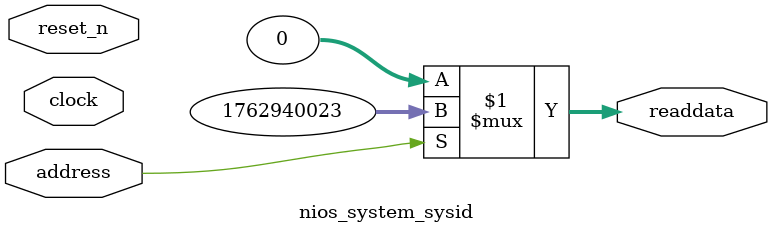
<source format=v>

`timescale 1ns / 1ps
// synthesis translate_on

// turn off superfluous verilog processor warnings 
// altera message_level Level1 
// altera message_off 10034 10035 10036 10037 10230 10240 10030 

module nios_system_sysid (
               // inputs:
                address,
                clock,
                reset_n,

               // outputs:
                readdata
             )
;

  output  [ 31: 0] readdata;
  input            address;
  input            clock;
  input            reset_n;

  wire    [ 31: 0] readdata;
  //control_slave, which is an e_avalon_slave
  assign readdata = address ? 1762940023 : 0;

endmodule




</source>
